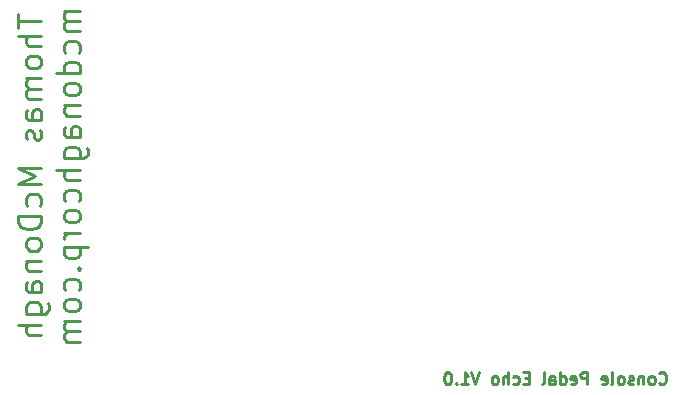
<source format=gbr>
G04 #@! TF.GenerationSoftware,KiCad,Pcbnew,(5.1.7)-1*
G04 #@! TF.CreationDate,2021-01-08T10:37:59-06:00*
G04 #@! TF.ProjectId,ConsolePedalEcho,436f6e73-6f6c-4655-9065-64616c456368,rev?*
G04 #@! TF.SameCoordinates,Original*
G04 #@! TF.FileFunction,Legend,Bot*
G04 #@! TF.FilePolarity,Positive*
%FSLAX46Y46*%
G04 Gerber Fmt 4.6, Leading zero omitted, Abs format (unit mm)*
G04 Created by KiCad (PCBNEW (5.1.7)-1) date 2021-01-08 10:37:59*
%MOMM*%
%LPD*%
G01*
G04 APERTURE LIST*
%ADD10C,0.250000*%
G04 APERTURE END LIST*
D10*
X141246666Y-121642142D02*
X141294285Y-121689761D01*
X141437142Y-121737380D01*
X141532380Y-121737380D01*
X141675238Y-121689761D01*
X141770476Y-121594523D01*
X141818095Y-121499285D01*
X141865714Y-121308809D01*
X141865714Y-121165952D01*
X141818095Y-120975476D01*
X141770476Y-120880238D01*
X141675238Y-120785000D01*
X141532380Y-120737380D01*
X141437142Y-120737380D01*
X141294285Y-120785000D01*
X141246666Y-120832619D01*
X140675238Y-121737380D02*
X140770476Y-121689761D01*
X140818095Y-121642142D01*
X140865714Y-121546904D01*
X140865714Y-121261190D01*
X140818095Y-121165952D01*
X140770476Y-121118333D01*
X140675238Y-121070714D01*
X140532380Y-121070714D01*
X140437142Y-121118333D01*
X140389523Y-121165952D01*
X140341904Y-121261190D01*
X140341904Y-121546904D01*
X140389523Y-121642142D01*
X140437142Y-121689761D01*
X140532380Y-121737380D01*
X140675238Y-121737380D01*
X139913333Y-121070714D02*
X139913333Y-121737380D01*
X139913333Y-121165952D02*
X139865714Y-121118333D01*
X139770476Y-121070714D01*
X139627619Y-121070714D01*
X139532380Y-121118333D01*
X139484761Y-121213571D01*
X139484761Y-121737380D01*
X139056190Y-121689761D02*
X138960952Y-121737380D01*
X138770476Y-121737380D01*
X138675238Y-121689761D01*
X138627619Y-121594523D01*
X138627619Y-121546904D01*
X138675238Y-121451666D01*
X138770476Y-121404047D01*
X138913333Y-121404047D01*
X139008571Y-121356428D01*
X139056190Y-121261190D01*
X139056190Y-121213571D01*
X139008571Y-121118333D01*
X138913333Y-121070714D01*
X138770476Y-121070714D01*
X138675238Y-121118333D01*
X138056190Y-121737380D02*
X138151428Y-121689761D01*
X138199047Y-121642142D01*
X138246666Y-121546904D01*
X138246666Y-121261190D01*
X138199047Y-121165952D01*
X138151428Y-121118333D01*
X138056190Y-121070714D01*
X137913333Y-121070714D01*
X137818095Y-121118333D01*
X137770476Y-121165952D01*
X137722857Y-121261190D01*
X137722857Y-121546904D01*
X137770476Y-121642142D01*
X137818095Y-121689761D01*
X137913333Y-121737380D01*
X138056190Y-121737380D01*
X137151428Y-121737380D02*
X137246666Y-121689761D01*
X137294285Y-121594523D01*
X137294285Y-120737380D01*
X136389523Y-121689761D02*
X136484761Y-121737380D01*
X136675238Y-121737380D01*
X136770476Y-121689761D01*
X136818095Y-121594523D01*
X136818095Y-121213571D01*
X136770476Y-121118333D01*
X136675238Y-121070714D01*
X136484761Y-121070714D01*
X136389523Y-121118333D01*
X136341904Y-121213571D01*
X136341904Y-121308809D01*
X136818095Y-121404047D01*
X135151428Y-121737380D02*
X135151428Y-120737380D01*
X134770476Y-120737380D01*
X134675238Y-120785000D01*
X134627619Y-120832619D01*
X134580000Y-120927857D01*
X134580000Y-121070714D01*
X134627619Y-121165952D01*
X134675238Y-121213571D01*
X134770476Y-121261190D01*
X135151428Y-121261190D01*
X133770476Y-121689761D02*
X133865714Y-121737380D01*
X134056190Y-121737380D01*
X134151428Y-121689761D01*
X134199047Y-121594523D01*
X134199047Y-121213571D01*
X134151428Y-121118333D01*
X134056190Y-121070714D01*
X133865714Y-121070714D01*
X133770476Y-121118333D01*
X133722857Y-121213571D01*
X133722857Y-121308809D01*
X134199047Y-121404047D01*
X132865714Y-121737380D02*
X132865714Y-120737380D01*
X132865714Y-121689761D02*
X132960952Y-121737380D01*
X133151428Y-121737380D01*
X133246666Y-121689761D01*
X133294285Y-121642142D01*
X133341904Y-121546904D01*
X133341904Y-121261190D01*
X133294285Y-121165952D01*
X133246666Y-121118333D01*
X133151428Y-121070714D01*
X132960952Y-121070714D01*
X132865714Y-121118333D01*
X131960952Y-121737380D02*
X131960952Y-121213571D01*
X132008571Y-121118333D01*
X132103809Y-121070714D01*
X132294285Y-121070714D01*
X132389523Y-121118333D01*
X131960952Y-121689761D02*
X132056190Y-121737380D01*
X132294285Y-121737380D01*
X132389523Y-121689761D01*
X132437142Y-121594523D01*
X132437142Y-121499285D01*
X132389523Y-121404047D01*
X132294285Y-121356428D01*
X132056190Y-121356428D01*
X131960952Y-121308809D01*
X131341904Y-121737380D02*
X131437142Y-121689761D01*
X131484761Y-121594523D01*
X131484761Y-120737380D01*
X130199047Y-121213571D02*
X129865714Y-121213571D01*
X129722857Y-121737380D02*
X130199047Y-121737380D01*
X130199047Y-120737380D01*
X129722857Y-120737380D01*
X128865714Y-121689761D02*
X128960952Y-121737380D01*
X129151428Y-121737380D01*
X129246666Y-121689761D01*
X129294285Y-121642142D01*
X129341904Y-121546904D01*
X129341904Y-121261190D01*
X129294285Y-121165952D01*
X129246666Y-121118333D01*
X129151428Y-121070714D01*
X128960952Y-121070714D01*
X128865714Y-121118333D01*
X128437142Y-121737380D02*
X128437142Y-120737380D01*
X128008571Y-121737380D02*
X128008571Y-121213571D01*
X128056190Y-121118333D01*
X128151428Y-121070714D01*
X128294285Y-121070714D01*
X128389523Y-121118333D01*
X128437142Y-121165952D01*
X127389523Y-121737380D02*
X127484761Y-121689761D01*
X127532380Y-121642142D01*
X127580000Y-121546904D01*
X127580000Y-121261190D01*
X127532380Y-121165952D01*
X127484761Y-121118333D01*
X127389523Y-121070714D01*
X127246666Y-121070714D01*
X127151428Y-121118333D01*
X127103809Y-121165952D01*
X127056190Y-121261190D01*
X127056190Y-121546904D01*
X127103809Y-121642142D01*
X127151428Y-121689761D01*
X127246666Y-121737380D01*
X127389523Y-121737380D01*
X126008571Y-120737380D02*
X125675238Y-121737380D01*
X125341904Y-120737380D01*
X124484761Y-121737380D02*
X125056190Y-121737380D01*
X124770476Y-121737380D02*
X124770476Y-120737380D01*
X124865714Y-120880238D01*
X124960952Y-120975476D01*
X125056190Y-121023095D01*
X124056190Y-121642142D02*
X124008571Y-121689761D01*
X124056190Y-121737380D01*
X124103809Y-121689761D01*
X124056190Y-121642142D01*
X124056190Y-121737380D01*
X123389523Y-120737380D02*
X123294285Y-120737380D01*
X123199047Y-120785000D01*
X123151428Y-120832619D01*
X123103809Y-120927857D01*
X123056190Y-121118333D01*
X123056190Y-121356428D01*
X123103809Y-121546904D01*
X123151428Y-121642142D01*
X123199047Y-121689761D01*
X123294285Y-121737380D01*
X123389523Y-121737380D01*
X123484761Y-121689761D01*
X123532380Y-121642142D01*
X123580000Y-121546904D01*
X123627619Y-121356428D01*
X123627619Y-121118333D01*
X123580000Y-120927857D01*
X123532380Y-120832619D01*
X123484761Y-120785000D01*
X123389523Y-120737380D01*
X86941761Y-90425714D02*
X86941761Y-91568571D01*
X88941761Y-90997142D02*
X86941761Y-90997142D01*
X88941761Y-92235238D02*
X86941761Y-92235238D01*
X88941761Y-93092380D02*
X87894142Y-93092380D01*
X87703666Y-92997142D01*
X87608428Y-92806666D01*
X87608428Y-92520952D01*
X87703666Y-92330476D01*
X87798904Y-92235238D01*
X88941761Y-94330476D02*
X88846523Y-94140000D01*
X88751285Y-94044761D01*
X88560809Y-93949523D01*
X87989380Y-93949523D01*
X87798904Y-94044761D01*
X87703666Y-94140000D01*
X87608428Y-94330476D01*
X87608428Y-94616190D01*
X87703666Y-94806666D01*
X87798904Y-94901904D01*
X87989380Y-94997142D01*
X88560809Y-94997142D01*
X88751285Y-94901904D01*
X88846523Y-94806666D01*
X88941761Y-94616190D01*
X88941761Y-94330476D01*
X88941761Y-95854285D02*
X87608428Y-95854285D01*
X87798904Y-95854285D02*
X87703666Y-95949523D01*
X87608428Y-96140000D01*
X87608428Y-96425714D01*
X87703666Y-96616190D01*
X87894142Y-96711428D01*
X88941761Y-96711428D01*
X87894142Y-96711428D02*
X87703666Y-96806666D01*
X87608428Y-96997142D01*
X87608428Y-97282857D01*
X87703666Y-97473333D01*
X87894142Y-97568571D01*
X88941761Y-97568571D01*
X88941761Y-99378095D02*
X87894142Y-99378095D01*
X87703666Y-99282857D01*
X87608428Y-99092380D01*
X87608428Y-98711428D01*
X87703666Y-98520952D01*
X88846523Y-99378095D02*
X88941761Y-99187619D01*
X88941761Y-98711428D01*
X88846523Y-98520952D01*
X88656047Y-98425714D01*
X88465571Y-98425714D01*
X88275095Y-98520952D01*
X88179857Y-98711428D01*
X88179857Y-99187619D01*
X88084619Y-99378095D01*
X88846523Y-100235238D02*
X88941761Y-100425714D01*
X88941761Y-100806666D01*
X88846523Y-100997142D01*
X88656047Y-101092380D01*
X88560809Y-101092380D01*
X88370333Y-100997142D01*
X88275095Y-100806666D01*
X88275095Y-100520952D01*
X88179857Y-100330476D01*
X87989380Y-100235238D01*
X87894142Y-100235238D01*
X87703666Y-100330476D01*
X87608428Y-100520952D01*
X87608428Y-100806666D01*
X87703666Y-100997142D01*
X88941761Y-103473333D02*
X86941761Y-103473333D01*
X88370333Y-104140000D01*
X86941761Y-104806666D01*
X88941761Y-104806666D01*
X88846523Y-106616190D02*
X88941761Y-106425714D01*
X88941761Y-106044761D01*
X88846523Y-105854285D01*
X88751285Y-105759047D01*
X88560809Y-105663809D01*
X87989380Y-105663809D01*
X87798904Y-105759047D01*
X87703666Y-105854285D01*
X87608428Y-106044761D01*
X87608428Y-106425714D01*
X87703666Y-106616190D01*
X88941761Y-107473333D02*
X86941761Y-107473333D01*
X86941761Y-107949523D01*
X87037000Y-108235238D01*
X87227476Y-108425714D01*
X87417952Y-108520952D01*
X87798904Y-108616190D01*
X88084619Y-108616190D01*
X88465571Y-108520952D01*
X88656047Y-108425714D01*
X88846523Y-108235238D01*
X88941761Y-107949523D01*
X88941761Y-107473333D01*
X88941761Y-109759047D02*
X88846523Y-109568571D01*
X88751285Y-109473333D01*
X88560809Y-109378095D01*
X87989380Y-109378095D01*
X87798904Y-109473333D01*
X87703666Y-109568571D01*
X87608428Y-109759047D01*
X87608428Y-110044761D01*
X87703666Y-110235238D01*
X87798904Y-110330476D01*
X87989380Y-110425714D01*
X88560809Y-110425714D01*
X88751285Y-110330476D01*
X88846523Y-110235238D01*
X88941761Y-110044761D01*
X88941761Y-109759047D01*
X87608428Y-111282857D02*
X88941761Y-111282857D01*
X87798904Y-111282857D02*
X87703666Y-111378095D01*
X87608428Y-111568571D01*
X87608428Y-111854285D01*
X87703666Y-112044761D01*
X87894142Y-112140000D01*
X88941761Y-112140000D01*
X88941761Y-113949523D02*
X87894142Y-113949523D01*
X87703666Y-113854285D01*
X87608428Y-113663809D01*
X87608428Y-113282857D01*
X87703666Y-113092380D01*
X88846523Y-113949523D02*
X88941761Y-113759047D01*
X88941761Y-113282857D01*
X88846523Y-113092380D01*
X88656047Y-112997142D01*
X88465571Y-112997142D01*
X88275095Y-113092380D01*
X88179857Y-113282857D01*
X88179857Y-113759047D01*
X88084619Y-113949523D01*
X87608428Y-115759047D02*
X89227476Y-115759047D01*
X89417952Y-115663809D01*
X89513190Y-115568571D01*
X89608428Y-115378095D01*
X89608428Y-115092380D01*
X89513190Y-114901904D01*
X88846523Y-115759047D02*
X88941761Y-115568571D01*
X88941761Y-115187619D01*
X88846523Y-114997142D01*
X88751285Y-114901904D01*
X88560809Y-114806666D01*
X87989380Y-114806666D01*
X87798904Y-114901904D01*
X87703666Y-114997142D01*
X87608428Y-115187619D01*
X87608428Y-115568571D01*
X87703666Y-115759047D01*
X88941761Y-116711428D02*
X86941761Y-116711428D01*
X88941761Y-117568571D02*
X87894142Y-117568571D01*
X87703666Y-117473333D01*
X87608428Y-117282857D01*
X87608428Y-116997142D01*
X87703666Y-116806666D01*
X87798904Y-116711428D01*
X92191761Y-90140000D02*
X90858428Y-90140000D01*
X91048904Y-90140000D02*
X90953666Y-90235238D01*
X90858428Y-90425714D01*
X90858428Y-90711428D01*
X90953666Y-90901904D01*
X91144142Y-90997142D01*
X92191761Y-90997142D01*
X91144142Y-90997142D02*
X90953666Y-91092380D01*
X90858428Y-91282857D01*
X90858428Y-91568571D01*
X90953666Y-91759047D01*
X91144142Y-91854285D01*
X92191761Y-91854285D01*
X92096523Y-93663809D02*
X92191761Y-93473333D01*
X92191761Y-93092380D01*
X92096523Y-92901904D01*
X92001285Y-92806666D01*
X91810809Y-92711428D01*
X91239380Y-92711428D01*
X91048904Y-92806666D01*
X90953666Y-92901904D01*
X90858428Y-93092380D01*
X90858428Y-93473333D01*
X90953666Y-93663809D01*
X92191761Y-95378095D02*
X90191761Y-95378095D01*
X92096523Y-95378095D02*
X92191761Y-95187619D01*
X92191761Y-94806666D01*
X92096523Y-94616190D01*
X92001285Y-94520952D01*
X91810809Y-94425714D01*
X91239380Y-94425714D01*
X91048904Y-94520952D01*
X90953666Y-94616190D01*
X90858428Y-94806666D01*
X90858428Y-95187619D01*
X90953666Y-95378095D01*
X92191761Y-96616190D02*
X92096523Y-96425714D01*
X92001285Y-96330476D01*
X91810809Y-96235238D01*
X91239380Y-96235238D01*
X91048904Y-96330476D01*
X90953666Y-96425714D01*
X90858428Y-96616190D01*
X90858428Y-96901904D01*
X90953666Y-97092380D01*
X91048904Y-97187619D01*
X91239380Y-97282857D01*
X91810809Y-97282857D01*
X92001285Y-97187619D01*
X92096523Y-97092380D01*
X92191761Y-96901904D01*
X92191761Y-96616190D01*
X90858428Y-98140000D02*
X92191761Y-98140000D01*
X91048904Y-98140000D02*
X90953666Y-98235238D01*
X90858428Y-98425714D01*
X90858428Y-98711428D01*
X90953666Y-98901904D01*
X91144142Y-98997142D01*
X92191761Y-98997142D01*
X92191761Y-100806666D02*
X91144142Y-100806666D01*
X90953666Y-100711428D01*
X90858428Y-100520952D01*
X90858428Y-100140000D01*
X90953666Y-99949523D01*
X92096523Y-100806666D02*
X92191761Y-100616190D01*
X92191761Y-100140000D01*
X92096523Y-99949523D01*
X91906047Y-99854285D01*
X91715571Y-99854285D01*
X91525095Y-99949523D01*
X91429857Y-100140000D01*
X91429857Y-100616190D01*
X91334619Y-100806666D01*
X90858428Y-102616190D02*
X92477476Y-102616190D01*
X92667952Y-102520952D01*
X92763190Y-102425714D01*
X92858428Y-102235238D01*
X92858428Y-101949523D01*
X92763190Y-101759047D01*
X92096523Y-102616190D02*
X92191761Y-102425714D01*
X92191761Y-102044761D01*
X92096523Y-101854285D01*
X92001285Y-101759047D01*
X91810809Y-101663809D01*
X91239380Y-101663809D01*
X91048904Y-101759047D01*
X90953666Y-101854285D01*
X90858428Y-102044761D01*
X90858428Y-102425714D01*
X90953666Y-102616190D01*
X92191761Y-103568571D02*
X90191761Y-103568571D01*
X92191761Y-104425714D02*
X91144142Y-104425714D01*
X90953666Y-104330476D01*
X90858428Y-104140000D01*
X90858428Y-103854285D01*
X90953666Y-103663809D01*
X91048904Y-103568571D01*
X92096523Y-106235238D02*
X92191761Y-106044761D01*
X92191761Y-105663809D01*
X92096523Y-105473333D01*
X92001285Y-105378095D01*
X91810809Y-105282857D01*
X91239380Y-105282857D01*
X91048904Y-105378095D01*
X90953666Y-105473333D01*
X90858428Y-105663809D01*
X90858428Y-106044761D01*
X90953666Y-106235238D01*
X92191761Y-107378095D02*
X92096523Y-107187619D01*
X92001285Y-107092380D01*
X91810809Y-106997142D01*
X91239380Y-106997142D01*
X91048904Y-107092380D01*
X90953666Y-107187619D01*
X90858428Y-107378095D01*
X90858428Y-107663809D01*
X90953666Y-107854285D01*
X91048904Y-107949523D01*
X91239380Y-108044761D01*
X91810809Y-108044761D01*
X92001285Y-107949523D01*
X92096523Y-107854285D01*
X92191761Y-107663809D01*
X92191761Y-107378095D01*
X92191761Y-108901904D02*
X90858428Y-108901904D01*
X91239380Y-108901904D02*
X91048904Y-108997142D01*
X90953666Y-109092380D01*
X90858428Y-109282857D01*
X90858428Y-109473333D01*
X90858428Y-110140000D02*
X92858428Y-110140000D01*
X90953666Y-110140000D02*
X90858428Y-110330476D01*
X90858428Y-110711428D01*
X90953666Y-110901904D01*
X91048904Y-110997142D01*
X91239380Y-111092380D01*
X91810809Y-111092380D01*
X92001285Y-110997142D01*
X92096523Y-110901904D01*
X92191761Y-110711428D01*
X92191761Y-110330476D01*
X92096523Y-110140000D01*
X92001285Y-111949523D02*
X92096523Y-112044761D01*
X92191761Y-111949523D01*
X92096523Y-111854285D01*
X92001285Y-111949523D01*
X92191761Y-111949523D01*
X92096523Y-113759047D02*
X92191761Y-113568571D01*
X92191761Y-113187619D01*
X92096523Y-112997142D01*
X92001285Y-112901904D01*
X91810809Y-112806666D01*
X91239380Y-112806666D01*
X91048904Y-112901904D01*
X90953666Y-112997142D01*
X90858428Y-113187619D01*
X90858428Y-113568571D01*
X90953666Y-113759047D01*
X92191761Y-114901904D02*
X92096523Y-114711428D01*
X92001285Y-114616190D01*
X91810809Y-114520952D01*
X91239380Y-114520952D01*
X91048904Y-114616190D01*
X90953666Y-114711428D01*
X90858428Y-114901904D01*
X90858428Y-115187619D01*
X90953666Y-115378095D01*
X91048904Y-115473333D01*
X91239380Y-115568571D01*
X91810809Y-115568571D01*
X92001285Y-115473333D01*
X92096523Y-115378095D01*
X92191761Y-115187619D01*
X92191761Y-114901904D01*
X92191761Y-116425714D02*
X90858428Y-116425714D01*
X91048904Y-116425714D02*
X90953666Y-116520952D01*
X90858428Y-116711428D01*
X90858428Y-116997142D01*
X90953666Y-117187619D01*
X91144142Y-117282857D01*
X92191761Y-117282857D01*
X91144142Y-117282857D02*
X90953666Y-117378095D01*
X90858428Y-117568571D01*
X90858428Y-117854285D01*
X90953666Y-118044761D01*
X91144142Y-118140000D01*
X92191761Y-118140000D01*
M02*

</source>
